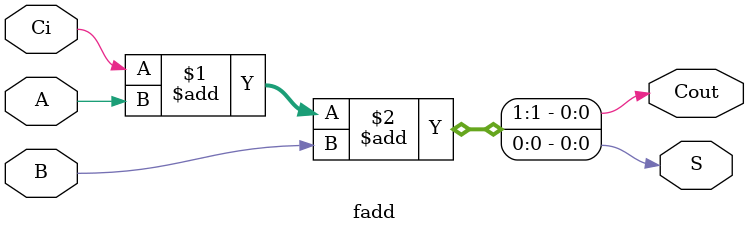
<source format=v>
module fadd
(
	//input ports
	input Ci,
	input A,
	input B,
	
	//output ports
	output S,
	output Cout
);

	assign {Cout, S} = Ci + A + B;
	
endmodule

</source>
